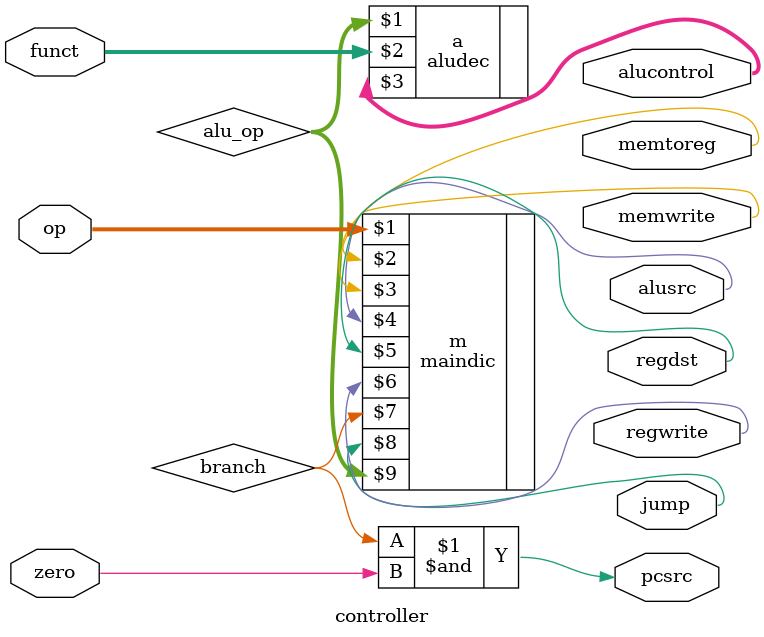
<source format=v>
 module controller(
 input [5:0]op,funct,
 input zero,
 output memtoreg,memwrite,
 output pcsrc,alusrc,
 output regdst,regwrite,
 output jump,
 output[2:0]alucontrol
 );

wire [1:0] alu_op;
wire branch;

maindic m(op,memtoreg,memwrite,alusrc,regdst,regwrite,branch,jump,alu_op);
aludec  a(alu_op,funct,alucontrol);

assign pcsrc =branch&zero;




endmodule 
</source>
